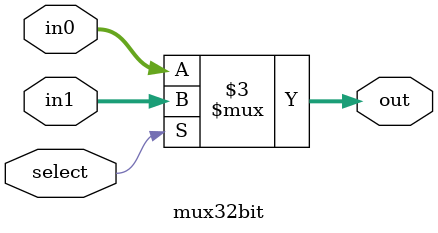
<source format=v>
module mux32bit (
input [31:0] in0, // First 32-bit input
input [31:0] in1, // Second 32-bit input
input select, // Selection line
output reg [31:0] out // 32-bit output
);
always @(*) begin
if (select) begin
out = in1; // Select in1 if select is high
end else begin
out = in0; // Select in0 if select is low
end
end
endmodule

</source>
